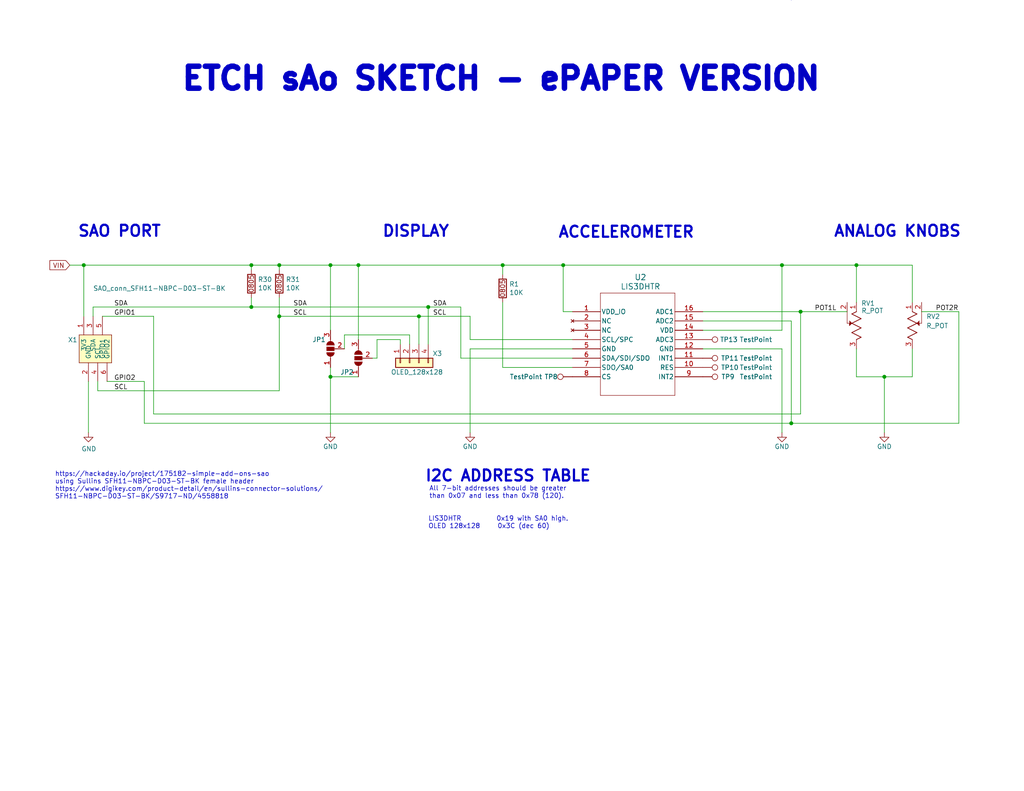
<source format=kicad_sch>
(kicad_sch (version 20231120) (generator "eeschema") (generator_version "8.0")
  (paper "A")
  (title_block (title "Etch sAo Sketch") (date "2024-09-25") (rev "1.0") (company "Concept and design by Andy Geppert @ www.MachineIdeas.com") (comment 2 "Visit www.Core64.io for information on assembly and optional features.") (comment 4 "All non-polarized capacitors are X7R or X5R ceramic unless otherwise noted."))
  (lib_symbols
    (symbol "ANDY_SYMBOL_LIBRARY:GND" (power) (pin_names (offset 0))
      (property "Value" "GND" (at 3.937 -1.905 0))
      (symbol "GND_0_1"
        (polyline (pts (xy 0 0) (xy 0 -1.27) (xy 1.27 -1.27) (xy 0 -2.54) (xy -1.27 -1.27) (xy 0 -1.27)))
      )
      (symbol "GND_1_1"
        (pin power_in line (at 0 0 270) (length 0) hide (name "GND") (number "1"))
      )
    )
    (symbol "ANDY_SYMBOL_LIBRARY:LIS3DHTR" (pin_names (offset 0.254))
      (property "Reference" "U" (at 18.288 9.652 0))
      (property "Value" "LIS3DHTR" (at 18.288 7.112 0))
      (symbol "LIS3DHTR_0_1"
        (polyline (pts (xy 7.62 -22.86) (xy 27.94 -22.86)) (stroke (width 0.127)))
        (polyline (pts (xy 7.62 5.08) (xy 7.62 -22.86)) (stroke (width 0.127)))
        (polyline (pts (xy 27.94 -22.86) (xy 27.94 5.08)) (stroke (width 0.127)))
        (polyline (pts (xy 27.94 5.08) (xy 7.62 5.08)) (stroke (width 0.127)))
        (pin power_in line (at 0 0 0) (length 7.62) (name "VDD_IO") (number "1"))
        (pin unspecified line (at 35.56 -15.24 180) (length 7.62) (name "RES") (number "10"))
        (pin unspecified line (at 35.56 -12.7 180) (length 7.62) (name "INT1") (number "11"))
        (pin power_in line (at 35.56 -10.16 180) (length 7.62) (name "GND") (number "12"))
        (pin input line (at 35.56 -7.62 180) (length 7.62) (name "ADC3") (number "13"))
        (pin power_in line (at 35.56 -5.08 180) (length 7.62) (name "VDD") (number "14"))
        (pin input line (at 35.56 -2.54 180) (length 7.62) (name "ADC2") (number "15"))
        (pin input line (at 35.56 0 180) (length 7.62) (name "ADC1") (number "16"))
        (pin no_connect line (at 0 -2.54 0) (length 7.62) (name "NC") (number "2"))
        (pin no_connect line (at 0 -5.08 0) (length 7.62) (name "NC") (number "3"))
        (pin unspecified line (at 0 -7.62 0) (length 7.62) (name "SCL/SPC") (number "4"))
        (pin power_in line (at 0 -10.16 0) (length 7.62) (name "GND") (number "5"))
        (pin unspecified line (at 0 -12.7 0) (length 7.62) (name "SDA/SDI/SDO") (number "6"))
        (pin unspecified line (at 0 -15.24 0) (length 7.62) (name "SDO/SA0") (number "7"))
        (pin unspecified line (at 0 -17.78 0) (length 7.62) (name "CS") (number "8"))
        (pin unspecified line (at 35.56 -17.78 180) (length 7.62) (name "INT2") (number "9"))
      )
    )
    (symbol "ANDY_SYMBOL_LIBRARY:POT_91AR5KLF" (pin_names (offset 0.254))
      (property "Reference" "R" (at 5.715 6.985 0))
      (property "Value" "POT_91AR5KLF" (at 6.35 -3.81 0))
      (symbol "POT_91AR5KLF_1_1"
        (polyline (pts (xy 2.54 0) (xy 3.175 1.27)) (stroke (width 0.2032)))
        (polyline (pts (xy 2.54 2.54) (xy 5.715 2.54)) (stroke (width 0.127)))
        (polyline (pts (xy 3.175 1.27) (xy 4.445 -1.27)) (stroke (width 0.2032)))
        (polyline (pts (xy 4.445 -1.27) (xy 5.715 1.27)) (stroke (width 0.2032)))
        (polyline (pts (xy 5.715 1.27) (xy 6.985 -1.27)) (stroke (width 0.2032)))
        (polyline (pts (xy 5.715 2.54) (xy 5.715 1.27)) (stroke (width 0.127)))
        (polyline (pts (xy 6.985 -1.27) (xy 8.255 1.27)) (stroke (width 0.2032)))
        (polyline (pts (xy 8.255 1.27) (xy 9.525 -1.27)) (stroke (width 0.2032)))
        (polyline (pts (xy 9.525 -1.27) (xy 10.16 0)) (stroke (width 0.2032)))
        (polyline (pts (xy 5.08 1.905) (xy 5.715 1.27) (xy 6.35 1.905) (xy 5.715 1.905)) (fill (type outline)))
        (pin unspecified line (at 0 0 0) (length 2.54) (name "") (number "1"))
        (pin unspecified line (at 2.54 2.54 180) (length 2.54) (name "") (number "2"))
        (pin unspecified line (at 12.7 0 180) (length 2.54) (name "") (number "3"))
      )
    )
    (symbol "ANDY_SYMBOL_LIBRARY:Resistor_0805" (pin_numbers hide) (pin_names (offset 0))
      (property "Reference" "R" (at 2.032 0 90))
      (property "Value" "Resistor_0805" (at 0 0 90))
      (symbol "Resistor_0805_0_1"
        (rectangle (start -1.016 -2.54) (end 1.016 2.54) (stroke (width 0.254)))
      )
      (symbol "Resistor_0805_1_1"
        (text "0805" (at 0 0 900) (effects (font (size 1.27 1.27))))
        (pin passive line (at 0 3.81 270) (length 1.27) (name "~") (number "1"))
        (pin passive line (at 0 -3.81 90) (length 1.27) (name "~") (number "2"))
      )
    )
    (symbol "ANDY_SYMBOL_LIBRARY:SAO_conn_SFH11-NBPC-D03-ST-BK-badgelife_shitty_addon_v169bis" (pin_names (offset 1.016))
      (property "Reference" "X1" (at -8.1534 1.1938 0))
      (property "Value" "SAO_conn_SFH11-NBPC-D03-ST-BK" (at -10.6934 -18.9484 0))
      (symbol "SAO_conn_SFH11-NBPC-D03-ST-BK-badgelife_shitty_addon_v169bis_0_1"
        (rectangle (start -5.08 2.54) (end 3.81 -5.08) (fill (type background)))
      )
      (symbol "SAO_conn_SFH11-NBPC-D03-ST-BK-badgelife_shitty_addon_v169bis_1_1"
        (pin input line (at -3.81 7.62 270) (length 5.08) (name "3V3") (number "1"))
        (pin input line (at -2.54 -10.16 90) (length 5.08) (name "GND") (number "2"))
        (pin input line (at -1.27 7.62 270) (length 5.08) (name "SDA") (number "3"))
        (pin input line (at 0 -10.16 90) (length 5.08) (name "SCL") (number "4"))
        (pin input line (at 1.27 7.62 270) (length 5.08) (name "GPIO1") (number "5"))
        (pin input line (at 2.54 -10.16 90) (length 5.08) (name "GPIO2") (number "6"))
      )
    )
    (symbol "CORE_64_LIBRARY:SolderJumper_3_Open-Jumper" (pin_names (offset 0) hide)
      (property "Reference" "JP1" (at -1.27 2.54 90))
      (symbol "SolderJumper_3_Open-Jumper_0_1"
        (arc (start -1.016 1.016) (mid -2.0275 0) (end -1.016 -1.016))
        (arc (start -1.016 1.016) (mid -2.0275 0) (end -1.016 -1.016) (fill (type outline)))
        (rectangle (start -0.508 1.016) (end 0.508 -1.016) (fill (type outline)))
        (polyline (pts (xy -2.54 0) (xy -2.032 0)))
        (polyline (pts (xy -1.016 1.016) (xy -1.016 -1.016)))
        (polyline (pts (xy 0 -1.27) (xy 0 -1.016)))
        (polyline (pts (xy 1.016 1.016) (xy 1.016 -1.016)))
        (polyline (pts (xy 2.54 0) (xy 2.032 0)))
        (arc (start 1.016 -1.016) (mid 2.0275 0) (end 1.016 1.016))
        (arc (start 1.016 -1.016) (mid 2.0275 0) (end 1.016 1.016) (fill (type outline)))
      )
      (symbol "SolderJumper_3_Open-Jumper_1_1"
        (pin passive line (at -5.08 0 0) (length 2.54) (name "A") (number "1"))
        (pin input line (at 0 -3.81 90) (length 2.54) (name "C") (number "2"))
        (pin passive line (at 5.08 0 180) (length 2.54) (name "B") (number "3"))
      )
    )
    (symbol "Connector:TestPoint" (pin_numbers hide) (pin_names (offset 0.762) hide)
      (property "Reference" "TP" (at 0 6.858 0))
      (property "Value" "TestPoint" (at 0 5.08 0))
      (symbol "TestPoint_0_1"
        (circle (center 0 3.302) (radius 0.762))
      )
      (symbol "TestPoint_1_1"
        (pin passive line (at 0 0 90) (length 2.54) (name "1") (number "1"))
      )
    )
    (symbol "Connector_Generic:Conn_01x04" (pin_names (offset 1.016) hide)
      (property "Reference" "J" (at 0 5.08 0))
      (property "Value" "Conn_01x04" (at 0 -7.62 0))
      (symbol "Conn_01x04_1_1"
        (rectangle (start -1.27 -4.953) (end 0 -5.207) (stroke (width 0.1524)))
        (rectangle (start -1.27 -2.413) (end 0 -2.667) (stroke (width 0.1524)))
        (rectangle (start -1.27 0.127) (end 0 -0.127) (stroke (width 0.1524)))
        (rectangle (start -1.27 2.667) (end 0 2.413) (stroke (width 0.1524)))
        (rectangle (start -1.27 3.81) (end 1.27 -6.35) (stroke (width 0.254)) (fill (type background)))
        (pin passive line (at -5.08 2.54 0) (length 3.81) (name "Pin_1") (number "1"))
        (pin passive line (at -5.08 0 0) (length 3.81) (name "Pin_2") (number "2"))
        (pin passive line (at -5.08 -2.54 0) (length 3.81) (name "Pin_3") (number "3"))
        (pin passive line (at -5.08 -5.08 0) (length 3.81) (name "Pin_4") (number "4"))
      )
    )
    (symbol "power:GND" (power) (pin_names (offset 0))
      (property "Value" "GND" (at 0 -3.81 0))
      (symbol "GND_0_1"
        (polyline (pts (xy 0 0) (xy 0 -1.27) (xy 1.27 -1.27) (xy 0 -2.54) (xy -1.27 -1.27) (xy 0 -1.27)))
      )
      (symbol "GND_1_1"
        (pin power_in line (at 0 0 270) (length 0) hide (name "GND") (number "1"))
      )
    )
  )
  (bus_alias "CA_SHIFT_REGISTER_BUS" (members "CM_SR_CLK" "CM_SR_LAT" "CM_SR_~{OE}" "CM_SR_SER1"))
  (bus_alias "CM_TRANSISTOR_DRIVE_BUS" (members "CM_Q1N" "CM_Q1P" "CM_Q2N" "CM_Q2P" "CM_Q3N" "CM_Q3P" "CM_Q4N" "CM_Q4P" "CM_Q5N" "CM_Q5P" "CM_Q6N" "CM_Q6P" "CM_Q7N" "CM_Q7P" "CM_Q8N" "CM_Q8P" "CM_Q9N" "CM_Q9P" "CM_Q10N" "CM_Q10P" "CA_SR_GPO_A" "CA_SR_GPO_B" "CA_SR_GPO_C" "CA_SR_GPO_D"))
  (bus_alias "GPIO_CPS_BUS" (members "GPIO1_CP1_SAO1" "GPIO2_CP2_SAO2" "GPIO3_CP3_DC" "GPIO4_CP4_CS2" "GPIO5_CP5_HS1" "GPIO6_CP6_HS2" "GPIO7_CP7_HS3" "GPIO8_CP8_HS4"))
  (bus_alias "I2C_3V3_BUS" (members "I2C_3V3_SCL" "I2C_3V3_SDA"))
  (bus_alias "SPI_3V3_BUS" (members "SPI_CD" "SPI_RESET" "SPI_SDI" "SPI_CS1" "SPI_CLK" "SPI_SDO"))
  (junction (at 241.3 102.87))
  (junction (at 114.3 86.36))
  (junction (at 68.58 72.39))
  (junction (at 68.58 83.82))
  (junction (at 213.36 72.39))
  (junction (at 218.44 85.09))
  (junction (at 215.9 115.57))
  (junction (at 90.17 102.87))
  (junction (at 97.79 72.39))
  (junction (at 233.68 72.39))
  (junction (at 76.2 72.39))
  (junction (at 76.2 86.36))
  (junction (at 116.84 83.82))
  (junction (at 22.86 72.39))
  (junction (at 153.67 72.39))
  (junction (at 90.17 72.39))
  (junction (at 137.16 72.39))
  (wire (pts (xy 22.86 72.39) (xy 68.58 72.39)))
  (wire (pts (xy 26.67 106.68) (xy 26.67 104.14)))
  (wire (pts (xy 137.16 100.33) (xy 137.16 82.55)))
  (wire (pts (xy 241.3 102.87) (xy 241.3 118.11)))
  (wire (pts (xy 125.73 97.79) (xy 125.73 83.82)))
  (wire (pts (xy 251.46 85.09) (xy 261.62 85.09)))
  (wire (pts (xy 76.2 72.39) (xy 90.17 72.39)))
  (wire (pts (xy 29.21 104.14) (xy 39.37 104.14)))
  (wire (pts (xy 261.62 115.57) (xy 261.62 85.09)))
  (wire (pts (xy 156.21 100.33) (xy 137.16 100.33)))
  (wire (pts (xy 19.05 72.39) (xy 22.86 72.39)))
  (wire (pts (xy 68.58 81.28) (xy 68.58 83.82)))
  (wire (pts (xy 90.17 72.39) (xy 90.17 90.17)))
  (wire (pts (xy 93.98 91.44) (xy 111.76 91.44)))
  (wire (pts (xy 76.2 81.28) (xy 76.2 86.36)))
  (wire (pts (xy 233.68 95.25) (xy 233.68 102.87)))
  (wire (pts (xy 41.91 86.36) (xy 41.91 113.03)))
  (wire (pts (xy 128.27 95.25) (xy 128.27 118.11)))
  (wire (pts (xy 215.9 115.57) (xy 215.9 87.63)))
  (wire (pts (xy 25.4 83.82) (xy 25.4 86.36)))
  (wire (pts (xy 156.21 97.79) (xy 125.73 97.79)))
  (wire (pts (xy 102.87 97.79) (xy 102.87 92.71)))
  (wire (pts (xy 114.3 86.36) (xy 128.27 86.36)))
  (wire (pts (xy 111.76 91.44) (xy 111.76 93.98)))
  (polyline (pts (xy 215.9 -431.8) (xy 215.9 -152.4)) (stroke (width 0) (type dash)))
  (wire (pts (xy 109.22 92.71) (xy 109.22 93.98)))
  (wire (pts (xy 233.68 72.39) (xy 233.68 82.55)))
  (wire (pts (xy 153.67 72.39) (xy 213.36 72.39)))
  (wire (pts (xy 241.3 102.87) (xy 248.92 102.87)))
  (wire (pts (xy 156.21 85.09) (xy 153.67 85.09)))
  (wire (pts (xy 68.58 72.39) (xy 68.58 73.66)))
  (wire (pts (xy 213.36 72.39) (xy 233.68 72.39)))
  (wire (pts (xy 218.44 85.09) (xy 231.14 85.09)))
  (wire (pts (xy 97.79 72.39) (xy 97.79 92.71)))
  (wire (pts (xy 218.44 85.09) (xy 218.44 113.03)))
  (wire (pts (xy 233.68 72.39) (xy 248.92 72.39)))
  (wire (pts (xy 26.67 106.68) (xy 76.2 106.68)))
  (wire (pts (xy 116.84 83.82) (xy 116.84 93.98)))
  (wire (pts (xy 191.77 90.17) (xy 213.36 90.17)))
  (wire (pts (xy 68.58 72.39) (xy 76.2 72.39)))
  (wire (pts (xy 97.79 72.39) (xy 137.16 72.39)))
  (wire (pts (xy 213.36 90.17) (xy 213.36 72.39)))
  (wire (pts (xy 215.9 87.63) (xy 191.77 87.63)))
  (wire (pts (xy 90.17 118.11) (xy 90.17 102.87)))
  (wire (pts (xy 128.27 92.71) (xy 128.27 86.36)))
  (wire (pts (xy 90.17 102.87) (xy 90.17 100.33)))
  (wire (pts (xy 153.67 85.09) (xy 153.67 72.39)))
  (wire (pts (xy 248.92 95.25) (xy 248.92 102.87)))
  (polyline (pts (xy 205.74 -431.8) (xy 205.74 -152.4)) (stroke (width 0) (type dash)))
  (wire (pts (xy 39.37 115.57) (xy 215.9 115.57)))
  (wire (pts (xy 116.84 83.82) (xy 125.73 83.82)))
  (wire (pts (xy 76.2 86.36) (xy 114.3 86.36)))
  (wire (pts (xy 93.98 95.25) (xy 93.98 91.44)))
  (wire (pts (xy 68.58 83.82) (xy 116.84 83.82)))
  (polyline (pts (xy 215.9 -152.4) (xy 215.9 0)) (stroke (width 0) (type dash)))
  (wire (pts (xy 24.13 118.11) (xy 24.13 104.14)))
  (wire (pts (xy 114.3 86.36) (xy 114.3 93.98)))
  (wire (pts (xy 156.21 95.25) (xy 128.27 95.25)))
  (wire (pts (xy 76.2 86.36) (xy 76.2 106.68)))
  (wire (pts (xy 90.17 102.87) (xy 97.79 102.87)))
  (wire (pts (xy 102.87 92.71) (xy 109.22 92.71)))
  (wire (pts (xy 156.21 92.71) (xy 128.27 92.71)))
  (wire (pts (xy 248.92 72.39) (xy 248.92 82.55)))
  (wire (pts (xy 215.9 115.57) (xy 261.62 115.57)))
  (wire (pts (xy 27.94 86.36) (xy 41.91 86.36)))
  (wire (pts (xy 233.68 102.87) (xy 241.3 102.87)))
  (wire (pts (xy 213.36 95.25) (xy 213.36 118.11)))
  (wire (pts (xy 191.77 95.25) (xy 213.36 95.25)))
  (polyline (pts (xy 261.62 -8.89) (xy 437.515 -8.89)))
  (wire (pts (xy 39.37 104.14) (xy 39.37 115.57)))
  (polyline (pts (xy 226.06 -431.8) (xy 226.06 -152.4)) (stroke (width 0) (type dash)))
  (wire (pts (xy 137.16 72.39) (xy 153.67 72.39)))
  (wire (pts (xy 191.77 85.09) (xy 218.44 85.09)))
  (wire (pts (xy 76.2 72.39) (xy 76.2 73.66)))
  (wire (pts (xy 101.6 97.79) (xy 102.87 97.79)))
  (wire (pts (xy 137.16 72.39) (xy 137.16 74.93)))
  (wire (pts (xy 41.91 113.03) (xy 218.44 113.03)))
  (wire (pts (xy 90.17 72.39) (xy 97.79 72.39)))
  (wire (pts (xy 22.86 72.39) (xy 22.86 86.36)))
  (wire (pts (xy 25.4 83.82) (xy 68.58 83.82)))
  (text "https://hackaday.io/project/175182-simple-add-ons-sao\nusing Sullins SFH11-NBPC-D03-ST-BK female header\nhttps://www.digikey.com/product-detail/en/sullins-connector-solutions/\nSFH11-NBPC-D03-ST-BK/S9717-ND/4558818" (at 14.986 136.398 0) (effects (font (size 1.27 1.27)) (justify left bottom)))
  (text "LIS3DHTR          0x19 with SA0 high.\nOLED 128x128     0x3C (dec 60)" (at 116.84 144.526 0) (effects (font (size 1.27 1.27)) (justify left bottom)))
  (text "DISPLAY" (at 104.14 65.024 0) (effects (font (size 3 3) (thickness 0.6) (bold yes)) (justify left bottom)))
  (text "ANALOG KNOBS" (at 227.33 65.024 0) (effects (font (size 3 3) (thickness 0.6) (bold yes)) (justify left bottom)))
  (text "ETCH sAo SKETCH - ePAPER VERSION" (at 49.022 25.146 0) (effects (font (size 6 6) (thickness 1.6) (bold yes)) (justify left bottom)))
  (text "I2C ADDRESS TABLE" (at 115.824 131.826 0) (effects (font (size 2.9972 2.9972) (thickness 0.5994) (bold yes)) (justify left bottom)))
  (text "ACCELEROMETER" (at 152.146 65.278 0) (effects (font (size 3 3) (thickness 0.6) (bold yes)) (justify left bottom)))
  (text "All 7-bit addresses should be greater\nthan 0x07 and less than 0x78 (120)." (at 117.094 136.271 0) (effects (font (size 1.27 1.27)) (justify left bottom)))
  (text "SAO PORT" (at 21.082 65.024 0) (effects (font (size 3 3) (thickness 0.6) (bold yes)) (justify left bottom)))
  (label "SDA" (at 31.115 83.82 0))
  (label "GPIO1" (at 31.115 86.36 0))
  (label "SCL" (at 31.115 106.68 0))
  (label "POT2R" (at 255.27 85.09 0))
  (label "GPIO2" (at 31.115 104.14 0))
  (label "SCL" (at 118.11 86.36 0))
  (label "SDA" (at 80.01 83.82 0))
  (label "POT1L" (at 222.25 85.09 0))
  (label "SDA" (at 118.11 83.82 0))
  (label "SCL" (at 80.01 86.36 0))
  (global_label "VIN" (shape input) (at 19.05 72.39 180) (property "Intersheetrefs" "${INTERSHEET_REFS}" (effects (hide yes))))
  (symbol (lib_id "ANDY_SYMBOL_LIBRARY:Resistor_0805") (at 76.2 77.47 0) (unit 1)
    (property "Reference" "R31" (at 77.978 76.3016 0) (effects (justify left)))
    (property "Value" "10K" (at 77.978 78.613 0) (effects (justify left)))
    (property "Footprint" "Resistor_SMD:R_0805_2012Metric" (effects (hide yes)))
    (property "Description" "Resistor" (effects (hide yes)))
    (property "Populate" "no" (effects (hide yes)))
    (property "LCSC" "C17414" (effects (hide yes)))
  )
  (symbol (lib_id "ANDY_SYMBOL_LIBRARY:Resistor_0805") (at 68.58 77.47 0) (unit 1)
    (property "Reference" "R30" (at 70.358 76.3016 0) (effects (justify left)))
    (property "Value" "10K" (at 70.358 78.613 0) (effects (justify left)))
    (property "Footprint" "Resistor_SMD:R_0805_2012Metric" (effects (hide yes)))
    (property "Description" "Resistor" (effects (hide yes)))
    (property "Populate" "no" (effects (hide yes)))
    (property "LCSC" "C17414" (effects (hide yes)))
  )
  (symbol (lib_id "ANDY_SYMBOL_LIBRARY:GND") (at 24.13 118.11 0) (unit 1)
    (property "Reference" "#PWR02" (effects (hide yes)))
    (property "Value" "GND" (at 24.257 122.555 0))
  )
  (symbol (lib_id "ANDY_SYMBOL_LIBRARY:LIS3DHTR") (at 156.21 85.09 0) (unit 1)
    (property "Reference" "U2" (at 174.752 75.692 0) (effects (font (size 1.524 1.524))))
    (property "Value" "LIS3DHTR" (at 174.752 78.232 0) (effects (font (size 1.524 1.524))))
    (property "Footprint" "Andy_Footprint_Library:LGA-16_3x3x1mm_STM" (effects (hide yes)))
    (property "Datasheet" "LIS3DHTR" (effects (hide yes)))
    (property "Digi-Key_PN" "497-10613-2-ND" (effects (hide yes)))
    (property "LCSC" "C15134" (effects (hide yes)))
    (property "Manufacturer" "STMicroelectronics" (effects (hide yes)))
    (property "Manufacturer_Part_Number" "LIS3DHTR" (effects (hide yes)))
  )
  (symbol (lib_id "Connector:TestPoint") (at 156.21 102.87 90) (unit 1)
    (property "Reference" "TP8" (at 150.368 102.87 90))
    (property "Value" "TestPoint" (at 143.51 102.87 90))
    (property "Footprint" "TestPoint:TestPoint_Pad_1.0x1.0mm" (effects (hide yes)))
    (property "Description" "test point" (effects (hide yes)))
  )
  (symbol (lib_id "Connector_Generic:Conn_01x04") (at 111.76 99.06 90) (mirror x) (unit 1)
    (property "Reference" "X3" (at 120.65 96.52 90) (effects (justify left)))
    (property "Value" "OLED_128x128" (at 120.904 101.6 90) (effects (justify left)))
    (property "Footprint" "Andy_Footprint_Library:OLED_1.50_128x128" (effects (hide yes)))
    (property "Insert?" "No" (effects (hide yes)))
    (property "Populate" "DNP" (effects (hide yes)))
    (property "User Optional" "yes" (effects (hide yes)))
  )
  (symbol (lib_id "power:GND") (at 241.3 118.11 0) (unit 1)
    (property "Reference" "#PWR03" (effects (hide yes)))
    (property "Value" "GND" (at 241.3 121.92 0))
  )
  (symbol (lib_id "ANDY_SYMBOL_LIBRARY:POT_91AR5KLF") (at 233.68 82.55 90) (mirror x) (unit 1)
    (property "Reference" "RV1" (at 238.76 82.804 90) (effects (justify left)))
    (property "Value" "R_POT" (at 241.046 84.836 90) (effects (justify left)))
    (property "Footprint" "Andy_Footprint_Library:POT_RES3_91A_TTE" (effects (hide yes)))
    (property "Datasheet" "91AR5KLF" (effects (hide yes)))
    (property "Description" "Potentiometer, US symbol" (effects (hide yes)))
  )
  (symbol (lib_id "Connector:TestPoint") (at 191.77 102.87 270) (unit 1)
    (property "Reference" "TP9" (at 198.628 102.87 90))
    (property "Value" "TestPoint" (at 206.248 102.87 90))
    (property "Footprint" "TestPoint:TestPoint_Pad_1.0x1.0mm" (effects (hide yes)))
    (property "Description" "test point" (effects (hide yes)))
  )
  (symbol (lib_id "ANDY_SYMBOL_LIBRARY:Resistor_0805") (at 137.16 78.74 0) (unit 1)
    (property "Reference" "R1" (at 138.938 77.5716 0) (effects (justify left)))
    (property "Value" "10K" (at 138.938 79.883 0) (effects (justify left)))
    (property "Footprint" "Resistor_SMD:R_0805_2012Metric" (effects (hide yes)))
    (property "Description" "Resistor" (effects (hide yes)))
    (property "Populate" "no" (effects (hide yes)))
    (property "LCSC" "C17414" (effects (hide yes)))
  )
  (symbol (lib_id "Connector:TestPoint") (at 191.77 92.71 270) (unit 1)
    (property "Reference" "TP13" (at 198.882 92.71 90))
    (property "Value" "TestPoint" (at 206.248 92.71 90))
    (property "Footprint" "TestPoint:TestPoint_Pad_1.0x1.0mm" (effects (hide yes)))
    (property "Description" "test point" (effects (hide yes)))
  )
  (symbol (lib_id "power:GND") (at 213.36 118.11 0) (unit 1)
    (property "Reference" "#PWR06" (effects (hide yes)))
    (property "Value" "GND" (at 213.36 121.92 0))
  )
  (symbol (lib_id "power:GND") (at 90.17 118.11 0) (unit 1)
    (property "Reference" "#PWR01" (effects (hide yes)))
    (property "Value" "GND" (at 90.17 121.92 0))
  )
  (symbol (lib_id "power:GND") (at 128.27 118.11 0) (unit 1)
    (property "Reference" "#PWR05" (effects (hide yes)))
    (property "Value" "GND" (at 128.27 121.92 0))
  )
  (symbol (lib_id "ANDY_SYMBOL_LIBRARY:SAO_conn_SFH11-NBPC-D03-ST-BK-badgelife_shitty_addon_v169bis") (at 26.67 93.98 0) (unit 1)
    (property "Reference" "X1" (at 18.5166 92.7862 0) (effects (justify left)))
    (property "Value" "SAO_conn_SFH11-NBPC-D03-ST-BK" (at 25.4 78.74 0) (effects (justify left)))
    (property "Footprint" "Andy_Footprint_Library:Badgelife-SAOv169-BADGE-2x3-Edge-Connect-no-front-text" (effects (hide yes)))
    (property "Description" "CONN HDR 6POS KEYED SOCKET 0.1 T.H." (effects (hide yes)))
    (property "MPN" "SFH11-NBPC-D03-ST-BK" (effects (hide yes)))
    (property "Manufacturer_Name" "Sullins" (effects (hide yes)))
    (property "Insert?" "Yes" (effects (hide yes)))
    (property "Populate" "DNP" (effects (hide yes)))
    (property "User Optional" "yes" (effects (hide yes)))
  )
  (symbol (lib_id "ANDY_SYMBOL_LIBRARY:POT_91AR5KLF") (at 248.92 82.55 270) (unit 1)
    (property "Reference" "RV2" (at 252.73 86.4107 90) (effects (justify left)))
    (property "Value" "R_POT" (at 252.73 88.9507 90) (effects (justify left)))
    (property "Footprint" "Andy_Footprint_Library:POT_RES3_91A_TTE" (effects (hide yes)))
    (property "Datasheet" "91AR5KLF" (effects (hide yes)))
    (property "Description" "Potentiometer, US symbol" (effects (hide yes)))
  )
  (symbol (lib_id "CORE_64_LIBRARY:SolderJumper_3_Open-Jumper") (at 90.17 95.25 90) (unit 1)
    (property "Reference" "JP1" (at 88.9 92.71 90) (effects (justify left)))
    (property "Value" "SolderJumper_3_Open" (effects (hide yes)))
    (property "Footprint" "Jumper:SolderJumper-3_P1.3mm_Open_RoundedPad1.0x1.5mm_NumberLabels" (effects (hide yes)))
    (property "Insert?" "No" (effects (hide yes)))
    (property "Populate" "DNP" (effects (hide yes)))
  )
  (symbol (lib_id "Connector:TestPoint") (at 191.77 97.79 270) (unit 1)
    (property "Reference" "TP11" (at 199.136 97.79 90))
    (property "Value" "TestPoint" (at 206.248 97.79 90))
    (property "Footprint" "TestPoint:TestPoint_Pad_1.0x1.0mm" (effects (hide yes)))
    (property "Description" "test point" (effects (hide yes)))
  )
  (symbol (lib_id "CORE_64_LIBRARY:SolderJumper_3_Open-Jumper") (at 97.79 97.79 90) (unit 1)
    (property "Reference" "JP2" (at 96.52 101.6 90) (effects (justify left)))
    (property "Value" "SolderJumper_3_Open" (effects (hide yes)))
    (property "Footprint" "Jumper:SolderJumper-3_P1.3mm_Open_RoundedPad1.0x1.5mm_NumberLabels" (effects (hide yes)))
    (property "Insert?" "No" (effects (hide yes)))
    (property "Populate" "DNP" (effects (hide yes)))
  )
  (symbol (lib_id "Connector:TestPoint") (at 191.77 100.33 270) (unit 1)
    (property "Reference" "TP10" (at 199.136 100.33 90))
    (property "Value" "TestPoint" (at 206.248 100.33 90))
    (property "Footprint" "TestPoint:TestPoint_Pad_1.0x1.0mm" (effects (hide yes)))
    (property "Description" "test point" (effects (hide yes)))
  )
)
</source>
